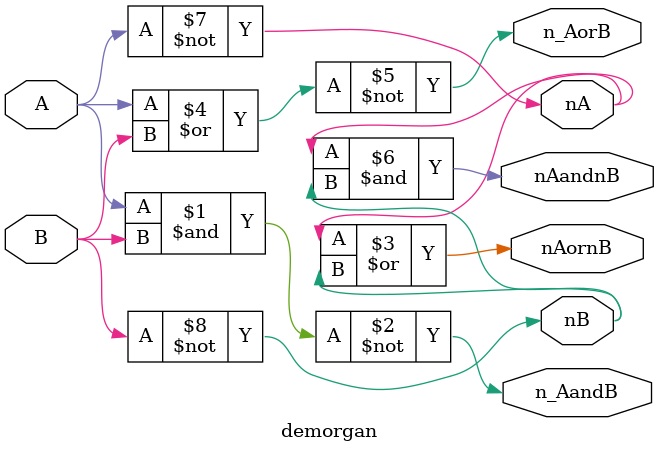
<source format=v>
module demorgan
(
  input A,
  input B,
  output nA,
  output nB,
  output n_AandB,
  output nAornB,
  output n_AorB,
  output nAandnB
);

  wire nA;
  wire nB;
  not Ainv(nA, A);
  not Binv(nB, B);
  nand nandgate(n_AandB, A, B);
  or orgate(nAornB, nA, nB);
  nor norgate(n_AorB, A, B);
  and andgate(nAandnB, nA, nB);

endmodule

</source>
